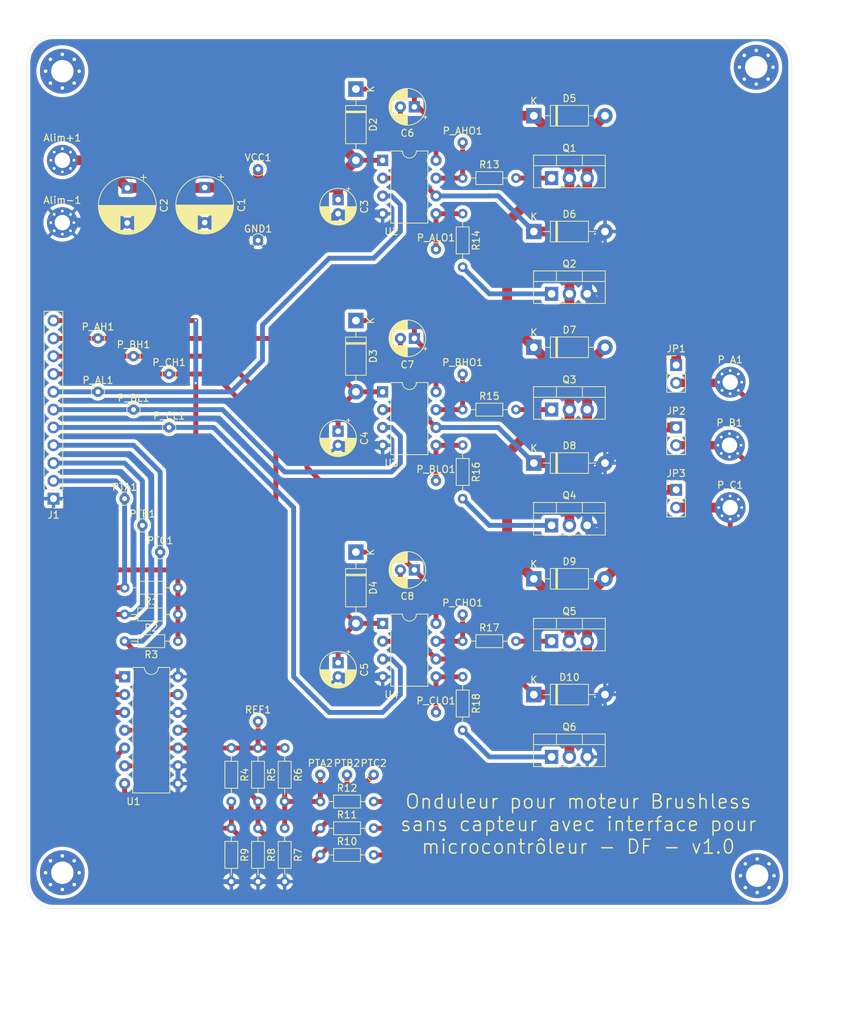
<source format=kicad_pcb>
(kicad_pcb (version 20240108) (generator "pcbnew") (generator_version "8.0")
  (layers (0 "F.Cu" signal) (31 "B.Cu" signal) (34 "B.Paste" user) (35 "F.Paste" user) (36 "B.SilkS" user "B.Silkscreen") (37 "F.SilkS" user "F.Silkscreen") (38 "B.Mask" user) (39 "F.Mask" user) (44 "Edge.Cuts" user))
  (net 0 "")
  (net 1 "VCC")
  (net 2 "Net-(Q1-G)")
  (net 3 "Net-(D2-K)")
  (net 4 "Net-(Q2-G)")
  (net 5 "GND")
  (net 6 "Net-(D3-K)")
  (net 7 "Net-(Q3-G)")
  (net 8 "Net-(Q4-G)")
  (net 9 "Net-(Q5-G)")
  (net 10 "Net-(Q6-G)")
  (net 11 "/D4_LOGIC_FCEMC")
  (net 12 "/D2_LOGIC_FCEMA")
  (net 13 "/D9_CH")
  (net 14 "/D7_AL")
  (net 15 "/D5_CL")
  (net 16 "VDD")
  (net 17 "/D11_AH")
  (net 18 "/D3_LOGIC_FCEMB")
  (net 19 "/D10_BH")
  (net 20 "/D6_BL")
  (net 21 "/FCEM_A")
  (net 22 "Net-(U1A--)")
  (net 23 "/FCEM_C")
  (net 24 "/FCEM_B")
  (net 25 "Net-(U3-HO)")
  (net 26 "Net-(U3-LO)")
  (net 27 "Net-(U4-HO)")
  (net 28 "Net-(U4-LO)")
  (net 29 "Net-(U2-HO)")
  (net 30 "Net-(U2-LO)")
  (net 31 "Net-(D5-A)")
  (net 32 "Net-(D7-A)")
  (net 33 "Net-(D4-K)")
  (net 34 "Net-(D10-K)")
  (net 35 "Net-(JP1-B)")
  (net 36 "Net-(JP2-B)")
  (net 37 "Net-(JP3-B)")
  (footprint "TestPoint:TestPoint_THTPad_D1.5mm_Drill0.7mm" (layer "F.Cu") (at 101.6 88.9)
    (property "Reference" "P_BLO1")
    (property "Value" "TestPoint")
  )
  (footprint "Resistor_THT:R_Axial_DIN0204_L3.6mm_D1.6mm_P7.62mm_Horizontal" (layer "F.Cu") (at 105.41 111.76)
    (property "Reference" "R17")
    (property "Value" "10")
  )
  (footprint "Resistor_THT:R_Axial_DIN0204_L3.6mm_D1.6mm_P7.62mm_Horizontal" (layer "F.Cu") (at 85.095 138.44)
    (property "Reference" "R11")
    (property "Value" "33k")
  )
  (footprint "Package_TO_SOT_THT:TO-220-3_Vertical" (layer "F.Cu") (at 118.11 78.74)
    (property "Reference" "Q3")
    (property "Value" "IRLZ44N")
  )
  (footprint "TestPoint:TestPoint_THTPad_D1.5mm_Drill0.7mm" (layer "F.Cu") (at 58.42 78.74)
    (property "Reference" "P_BL1")
    (property "Value" "TestPoint")
  )
  (footprint "TestPoint:TestPoint_THTPad_D1.5mm_Drill0.7mm" (layer "F.Cu") (at 76.2 54.61)
    (property "Reference" "GND1")
    (property "Value" "TestPoint")
  )
  (footprint "MountingHole:MountingHole_3.2mm_M3_Pad_Via" (layer "F.Cu") (at 48.26 30.48)
    (property "Reference" "H1" (hide yes))
    (property "Value" "MountingHole")
  )
  (footprint "Resistor_THT:R_Axial_DIN0204_L3.6mm_D1.6mm_P7.62mm_Horizontal" (layer "F.Cu") (at 105.41 116.84 -90)
    (property "Reference" "R18")
    (property "Value" "10")
  )
  (footprint "TestPoint:TestPoint_THTPad_D1.5mm_Drill0.7mm" (layer "F.Cu") (at 88.9 130.81)
    (property "Reference" "PTB2")
    (property "Value" "TestPoint")
  )
  (footprint "Resistor_THT:R_Axial_DIN0204_L3.6mm_D1.6mm_P7.62mm_Horizontal" (layer "F.Cu") (at 64.77 111.76 180)
    (property "Reference" "R3")
    (property "Value" "10k")
  )
  (footprint "Capacitor_THT:CP_Radial_D5.0mm_P2.00mm" (layer "F.Cu") (at 87.63 48.8 -90)
    (property "Reference" "C3")
    (property "Value" "10uF")
  )
  (footprint "Package_TO_SOT_THT:TO-220-3_Vertical" (layer "F.Cu") (at 118.11 45.72)
    (property "Reference" "Q1")
    (property "Value" "IRLZ44N")
  )
  (footprint "Resistor_THT:R_Axial_DIN0204_L3.6mm_D1.6mm_P7.62mm_Horizontal" (layer "F.Cu") (at 76.195 127 -90)
    (property "Reference" "R5")
    (property "Value" "33k")
  )
  (footprint "Resistor_THT:R_Axial_DIN0204_L3.6mm_D1.6mm_P7.62mm_Horizontal" (layer "F.Cu") (at 105.41 78.74)
    (property "Reference" "R15")
    (property "Value" "10")
  )
  (footprint "TestPoint:TestPoint_THTPad_D1.5mm_Drill0.7mm" (layer "F.Cu") (at 105.41 107.95)
    (property "Reference" "P_CHO1")
    (property "Value" "TestPoint")
  )
  (footprint "Package_DIP:DIP-8_W7.62mm" (layer "F.Cu") (at 93.99 43.19)
    (property "Reference" "U2")
    (property "Value" "IR2101")
  )
  (footprint "Connector_PinHeader_2.54mm:PinHeader_1x11_P2.54mm_Vertical" (layer "F.Cu") (at 46.99 91.44 180)
    (property "Reference" "J1")
    (property "Value" "Conn_01x11_Pin")
  )
  (footprint "Diode_THT:D_DO-41_SOD81_P10.16mm_Horizontal" (layer "F.Cu") (at 115.57 86.36)
    (property "Reference" "D8")
    (property "Value" "MUR120G")
  )
  (footprint "Package_TO_SOT_THT:TO-220-3_Vertical" (layer "F.Cu") (at 118.11 62.23)
    (property "Reference" "Q2")
    (property "Value" "IRLZ44N")
  )
  (footprint "Diode_THT:D_DO-41_SOD81_P10.16mm_Horizontal" (layer "F.Cu") (at 90.17 33.02 -90)
    (property "Reference" "D2")
    (property "Value" "1N5819")
  )
  (footprint "Resistor_THT:R_Axial_DIN0204_L3.6mm_D1.6mm_P7.62mm_Horizontal" (layer "F.Cu") (at 64.77 107.95 180)
    (property "Reference" "R2")
    (property "Value" "10k")
  )
  (footprint "Diode_THT:D_DO-41_SOD81_P10.16mm_Horizontal" (layer "F.Cu") (at 115.57 102.87)
    (property "Reference" "D9")
    (property "Value" "MUR120G")
  )
  (footprint "Resistor_THT:R_Axial_DIN0204_L3.6mm_D1.6mm_P7.62mm_Horizontal" (layer "F.Cu") (at 85.095 142.25)
    (property "Reference" "R10")
    (property "Value" "33k")
  )
  (footprint "TestPoint:TestPoint_THTPad_D1.5mm_Drill0.7mm" (layer "F.Cu") (at 101.6 55.88)
    (property "Reference" "P_ALO1")
    (property "Value" "TestPoint")
  )
  (footprint "TestPoint:TestPoint_THTPad_D1.5mm_Drill0.7mm" (layer "F.Cu") (at 101.6 121.92)
    (property "Reference" "P_CLO1")
    (property "Value" "TestPoint")
  )
  (footprint "Capacitor_THT:CP_Radial_D5.0mm_P2.00mm" (layer "F.Cu") (at 98.52 101.6 180)
    (property "Reference" "C8")
    (property "Value" "2.2uF")
  )
  (footprint "Capacitor_THT:CP_Radial_D8.0mm_P5.00mm" (layer "F.Cu") (at 68.58 47.07 -90)
    (property "Reference" "C1")
    (property "Value" "470uF")
  )
  (footprint "MountingHole:MountingHole_2.2mm_M2_Pad_Via" (layer "F.Cu") (at 48.26 43.18)
    (property "Reference" "Alim+1")
    (property "Value" "TestPoint")
  )
  (footprint "TestPoint:TestPoint_THTPad_D1.5mm_Drill0.7mm" (layer "F.Cu") (at 62.23 99.06)
    (property "Reference" "PTC1")
    (property "Value" "TestPoint")
  )
  (footprint "TestPoint:TestPoint_THTPad_D1.5mm_Drill0.7mm" (layer "F.Cu") (at 63.5 81.28)
    (property "Reference" "P_CL1")
    (property "Value" "TestPoint")
  )
  (footprint "Resistor_THT:R_Axial_DIN0204_L3.6mm_D1.6mm_P7.62mm_Horizontal" (layer "F.Cu") (at 72.385 138.43 -90)
    (property "Reference" "R9")
    (property "Value" "10k")
  )
  (footprint "Resistor_THT:R_Axial_DIN0204_L3.6mm_D1.6mm_P7.62mm_Horizontal" (layer "F.Cu") (at 85.095 134.63)
    (property "Reference" "R12")
    (property "Value" "33k")
  )
  (footprint "TestPoint:TestPoint_THTPad_D1.5mm_Drill0.7mm" (layer "F.Cu") (at 59.69 95.25)
    (property "Reference" "PTB1")
    (property "Value" "TestPoint")
  )
  (footprint "TestPoint:TestPoint_THTPad_D1.5mm_Drill0.7mm" (layer "F.Cu") (at 58.42 71.12)
    (property "Reference" "P_BH1")
    (property "Value" "TestPoint")
  )
  (footprint "Package_TO_SOT_THT:TO-220-3_Vertical" (layer "F.Cu") (at 118.11 128.27)
    (property "Reference" "Q6")
    (property "Value" "IRLZ44N")
  )
  (footprint "MountingHole:MountingHole_2.2mm_M2_Pad_Via" (layer "F.Cu") (at 48.26 52.07)
    (property "Reference" "Alim-1")
    (property "Value" "TestPoint")
  )
  (footprint "Diode_THT:D_DO-41_SOD81_P10.16mm_Horizontal" (layer "F.Cu") (at 115.57 53.34)
    (property "Reference" "D6")
    (property "Value" "MUR120G")
  )
  (footprint "MountingHole:MountingHole_3.2mm_M3_Pad_Via" (layer "F.Cu") (at 147.32 29.912944)
    (property "Reference" "H2" (hide yes))
    (property "Value" "MountingHole")
  )
  (footprint "Capacitor_THT:CP_Radial_D5.0mm_P2.00mm" (layer "F.Cu") (at 87.63 81.82 -90)
    (property "Reference" "C4")
    (property "Value" "10uF")
  )
  (footprint "TestPoint:TestPoint_THTPad_D1.5mm_Drill0.7mm" (layer "F.Cu") (at 105.41 73.66)
    (property "Reference" "P_BHO1")
    (property "Value" "TestPoint")
  )
  (footprint "Diode_THT:D_DO-41_SOD81_P10.16mm_Horizontal" (layer "F.Cu") (at 115.57 69.85)
    (property "Reference" "D7")
    (property "Value" "MUR120G")
  )
  (footprint "TestPoint:TestPoint_THTPad_D1.5mm_Drill0.7mm" (layer "F.Cu") (at 53.34 68.58)
    (property "Reference" "P_AH1")
    (property "Value" "TestPoint")
  )
  (footprint "TestPoint:TestPoint_THTPad_D1.5mm_Drill0.7mm" (layer "F.Cu") (at 63.5 73.66)
    (property "Reference" "P_CH1")
    (property "Value" "TestPoint")
  )
  (footprint "Resistor_THT:R_Axial_DIN0204_L3.6mm_D1.6mm_P7.62mm_Horizontal" (layer "F.Cu") (at 80.005 127 -90)
    (property "Reference" "R6")
    (property "Value" "33k")
  )
  (footprint "TestPoint:TestPoint_THTPad_D1.5mm_Drill0.7mm" (layer "F.Cu") (at 57.15 91.44)
    (property "Reference" "PTA1")
    (property "Value" "TestPoint")
  )
  (footprint "Resistor_THT:R_Axial_DIN0204_L3.6mm_D1.6mm_P7.62mm_Horizontal" (layer "F.Cu") (at 64.77 104.14 180)
    (property "Reference" "R1")
    (property "Value" "10k")
  )
  (footprint "MountingHole:MountingHole_2.2mm_M2_Pad_Via" (layer "F.Cu") (at 143.603274 92.71)
    (property "Reference" "P_C1")
    (property "Value" "TestPoint")
  )
  (footprint "Package_DIP:DIP-8_W7.62mm" (layer "F.Cu") (at 93.99 76.21)
    (property "Reference" "U3")
    (property "Value" "IR2101")
  )
  (footprint "TestPoint:TestPoint_THTPad_D1.5mm_Drill0.7mm" (layer "F.Cu") (at 53.34 76.2)
    (property "Reference" "P_AL1")
    (property "Value" "TestPoint")
  )
  (footprint "Package_TO_SOT_THT:TO-220-3_Vertical" (layer "F.Cu") (at 118.11 95.25)
    (property "Reference" "Q4")
    (property "Value" "IRLZ44N")
  )
  (footprint "TestPoint:TestPoint_THTPad_D1.5mm_Drill0.7mm" (layer "F.Cu") (at 85.09 130.81)
    (property "Reference" "PTA2")
    (property "Value" "TestPoint")
  )
  (footprint "Connector_PinHeader_2.54mm:PinHeader_1x02_P2.54mm_Vertical" (layer "F.Cu") (at 135.89 90.17)
    (property "Reference" "JP3")
    (property "Value" "Jumper_2_Bridged")
  )
  (footprint "Resistor_THT:R_Axial_DIN0204_L3.6mm_D1.6mm_P7.62mm_Horizontal" (layer "F.Cu") (at 105.41 45.72)
    (property "Reference" "R13")
    (property "Value" "10")
  )
  (footprint "Resistor_THT:R_Axial_DIN0204_L3.6mm_D1.6mm_P7.62mm_Horizontal" (layer "F.Cu") (at 72.385 127 -90)
    (property "Reference" "R4")
    (property "Value" "33k")
  )
  (footprint "Package_DIP:DIP-14_W7.62mm" (layer "F.Cu") (at 57.15 116.84)
    (property "Reference" "U1")
    (property "Value" "LM339")
  )
  (footprint "Capacitor_THT:CP_Radial_D5.0mm_P2.00mm" (layer "F.Cu") (at 98.52 68.58 180)
    (property "Reference" "C7")
    (property "Value" "2.2uF")
  )
  (footprint "MountingHole:MountingHole_2.2mm_M2_Pad_Via" (layer "F.Cu") (at 143.5 83.82)
    (property "Reference" "P_B1")
    (property "Value" "TestPoint")
  )
  (footprint "Diode_THT:D_DO-41_SOD81_P10.16mm_Horizontal" (layer "F.Cu") (at 115.57 119.38)
    (property "Reference" "D10")
    (property "Value" "MUR120G")
  )
  (footprint "Package_TO_SOT_THT:TO-220-3_Vertical" (layer "F.Cu") (at 118.11 111.77)
    (property "Reference" "Q5")
    (property "Value" "IRLZ44N")
  )
  (footprint "Resistor_THT:R_Axial_DIN0204_L3.6mm_D1.6mm_P7.62mm_Horizontal" (layer "F.Cu") (at 105.41 50.8 -90)
    (property "Reference" "R14")
    (property "Value" "10")
  )
  (footprint "Package_DIP:DIP-8_W7.62mm" (layer "F.Cu") (at 93.99 109.23)
    (property "Reference" "U4")
    (property "Value" "IR2101")
  )
  (footprint "Resistor_THT:R_Axial_DIN0204_L3.6mm_D1.6mm_P7.62mm_Horizontal" (layer "F.Cu") (at 105.41 83.82 -90)
    (property "Reference" "R16")
    (property "Value" "10")
  )
  (footprint "Resistor_THT:R_Axial_DIN0204_L3.6mm_D1.6mm_P7.62mm_Horizontal" (layer "F.Cu") (at 76.195 138.43 -90)
    (property "Reference" "R8")
    (property "Value" "10k")
  )
  (footprint "Capacitor_THT:CP_Radial_D5.0mm_P2.00mm" (layer "F.Cu") (at 98.52 35.56 180)
    (property "Reference" "C6")
    (property "Value" "2.2uF")
  )
  (footprint "Connector_PinHeader_2.54mm:PinHeader_1x02_P2.54mm_Vertical" (layer "F.Cu") (at 135.89 72.39)
    (property "Reference" "JP1")
    (property "Value" "Jumper_2_Bridged")
  )
  (footprint "Diode_THT:D_DO-41_SOD81_P10.16mm_Horizontal" (layer "F.Cu") (at 90.17 66.04 -90)
    (property "Reference" "D3")
    (property "Value" "1N5819")
  )
  (footprint "Resistor_THT:R_Axial_DIN0204_L3.6mm_D1.6mm_P7.62mm_Horizontal" (layer "F.Cu") (at 80.005 138.43 -90)
    (property "Reference" "R7")
    (property "Value" "10k")
  )
  (footprint "TestPoint:TestPoint_THTPad_D1.5mm_Drill0.7mm" (layer "F.Cu") (at 92.71 130.81)
    (property "Reference" "PTC2")
    (property "Value" "TestPoint")
  )
  (footprint "TestPoint:TestPoint_THTPad_D1.5mm_Drill0.7mm" (layer "F.Cu") (at 105.41 40.64)
    (property "Reference" "P_AHO1")
    (property "Value" "TestPoint")
  )
  (footprint "Connector_PinHeader_2.54mm:PinHeader_1x02_P2.54mm_Vertical" (layer "F.Cu") (at 135.89 81.28)
    (property "Reference" "JP2")
    (property "Value" "Jumper_2_Bridged")
  )
  (footprint "TestPoint:TestPoint_THTPad_D1.5mm_Drill0.7mm" (layer "F.Cu") (at 76.2 123.19)
    (property "Reference" "REF1")
    (property "Value" "TestPoint")
  )
  (footprint "MountingHole:MountingHole_3.2mm_M3_Pad_Via" (layer "F.Cu") (at 147.46 145.207056)
    (property "Reference" "H3" (hide yes))
    (property "Value" "MountingHole")
  )
  (footprint "MountingHole:MountingHole_2.2mm_M2_Pad_Via" (layer "F.Cu") (at 143.603274 74.826726)
    (property "Reference" "P_A1")
    (property "Value" "TestPoint")
  )
  (footprint "Diode_THT:D_DO-41_SOD81_P10.16mm_Horizontal" (layer "F.Cu") (at 115.57 36.83)
    (property "Reference" "D5")
    (property "Value" "MUR120G")
  )
  (footprint "Capacitor_THT:CP_Radial_D5.0mm_P2.00mm" (layer "F.Cu") (at 87.63 114.84 -90)
    (property "Reference" "C5")
    (property "Value" "10uF")
  )
  (footprint "TestPoint:TestPoint_THTPad_D1.5mm_Drill0.7mm" (layer "F.Cu") (at 76.2 44.45)
    (property "Reference" "VCC1")
    (property "Value" "TestPoint")
  )
  (footprint "Capacitor_THT:CP_Radial_D8.0mm_P5.00mm" (layer "F.Cu") (at 57.53 47.127349 -90)
    (property "Reference" "C2")
    (property "Value" "10uF")
  )
  (footprint "Diode_THT:D_DO-41_SOD81_P10.16mm_Horizontal" (layer "F.Cu") (at 90.17 99.06 -90)
    (property "Reference" "D4")
    (property "Value" "1N5819")
  )
  (footprint "MountingHole:MountingHole_3.2mm_M3_Pad_Via" (layer "F.Cu") (at 48.26 144.78)
    (property "Reference" "H4" (hide yes))
    (property "Value" "MountingHole")
  )
  (gr_line (start 148.586469 149.863531) (end 46.99 149.86) (stroke (width 0.05)) (layer "Edge.Cuts"))
  (gr_arc (start 148.422392 25.4) (mid 151.224416 26.456015) (end 152.4 29.21) (stroke (width 0.05)) (layer "Edge.Cuts"))
  (gr_arc (start 152.4 146.05) (mid 151.283041 148.746563) (end 148.586469 149.863531) (stroke (width 0.05)) (layer "Edge.Cuts"))
  (gr_line (start 43.18 146.05) (end 43.18 29.21) (stroke (width 0.05)) (layer "Edge.Cuts"))
  (gr_arc (start 46.99 149.86) (mid 44.295923 148.744077) (end 43.18 146.05) (stroke (width 0.05)) (layer "Edge.Cuts"))
  (gr_arc (start 43.18 29.21) (mid 44.295923 26.515923) (end 46.99 25.4) (stroke (width 0.05)) (layer "Edge.Cuts"))
  (gr_line (start 46.99 25.4) (end 148.422392 25.4) (stroke (width 0.05)) (layer "Edge.Cuts"))
  (gr_line (start 152.4 29.21) (end 152.4 146.05) (stroke (width 0.05)) (layer "Edge.Cuts"))
  (gr_text "Onduleur pour moteur Brushless\nsans capteur avec interface pour\nmicrocontrôleur - DF - v1.0" (at 121.92 142.24 0) (layer "F.SilkS") (effects (font (size 2 2) (thickness 0.2)) (justify bottom)))
  (segment (start 87.63 78.74) (end 90.17 76.2) (width 0.7) (layer "F.Cu") (net 1))
  (segment (start 90.17 43.18) (end 86.36 39.37) (width 1.4) (layer "F.Cu") (net 1))
  (segment (start 88.9 29.21) (end 101.6 29.21) (width 1.4) (layer "F.Cu") (net 1))
  (segment (start 76.2 47.07) (end 87.55 47.07) (width 1.4) (layer "F.Cu") (net 1))
  (segment (start 86.36 97.79) (end 88.9 95.25) (width 0.7) (layer "F.Cu") (net 1))
  (segment (start 101.6 95.25) (end 105.41 99.06) (width 0.7) (layer "F.Cu") (net 1))
  (segment (start 90.17 109.22) (end 93.98 109.22) (width 0.7) (layer "F.Cu") (net 1))
  (segment (start 76.2 44.45) (end 76.2 47.07) (width 1.4) (layer "F.Cu") (net 1))
  (segment (start 87.63 114.84) (end 87.63 111.76) (width 0.7) (layer "F.Cu") (net 1))
  (segment (start 90.17 109.22) (end 86.36 105.41) (width 0.7) (layer "F.Cu") (net 1))
  (segment (start 68.442651 47.127349) (end 68.58 46.99) (width 1.4) (layer "F.Cu") (net 1))
  (segment (start 111.76 99.06) (end 111.76 85.09) (width 1.4) (layer "F.Cu") (net 1))
  (segment (start 57.53 47.127349) (end 68.442651 47.127349) (width 1.4) (layer "F.Cu") (net 1))
  (segment (start 87.63 46.99) (end 87.63 45.72) (width 1.4) (layer "F.Cu") (net 1))
  (segment (start 119.38 82.55) (end 120.65 81.28) (width 1.4) (layer "F.Cu") (net 1))
  (segment (start 120.65 107.95) (end 115.57 102.87) (width 1.4) (layer "F.Cu") (net 1))
  (segment (start 90.17 76.2) (end 86.36 72.39) (width 0.7) (layer "F.Cu") (net 1))
  (segment (start 120.65 41.91) (end 120.65 45.72) (width 1.4) (layer "F.Cu") (net 1))
  (segment (start 119.38 49.53) (end 120.65 48.26) (width 1.4) (layer "F.Cu") (net 1))
  (segment (start 120.65 111.77) (end 120.65 107.95) (width 1.4) (layer "F.Cu") (net 1))
  (segment (start 120.65 78.74) (end 120.65 74.93) (width 1.4) (layer "F.Cu") (net 1))
  (segment (start 86.36 39.37) (end 86.36 31.75) (width 1.4) (layer "F.Cu") (net 1))
  (segment (start 86.36 72.39) (end 86.36 64.77) (width 0.7) (layer "F.Cu") (net 1))
  (segment (start 68.58 47.07) (end 76.2 47.07) (width 1.4) (layer "F.Cu") (net 1))
  (segment (start 86.36 105.41) (end 86.36 97.79) (width 0.7) (layer "F.Cu") (net 1))
  (segment (start 88.9 95.25) (end 101.6 95.25) (width 0.7) (layer "F.Cu") (net 1))
  (segment (start 93.98 43.18) (end 93.99 43.19) (width 0.7) (layer "F.Cu") (net 1))
  (segment (start 105.41 99.06) (end 111.76 99.06) (width 0.7) (layer "F.Cu") (net 1))
  (segment (start 115.57 69.85) (end 111.76 66.04) (width 1.4) (layer "F.Cu") (net 1))
  (segment (start 105.41 66.04) (end 111.76 66.04) (width 0.7) (layer "F.Cu") (net 1))
  (segment (start 53.582651 43.18) (end 57.53 47.127349) (width 1.4) (layer "F.Cu") (net 1))
  (segment (start 111.76 66.04) (end 111.76 52.07) (width 1.4) (layer "F.Cu") (net 1))
  (segment (start 86.36 64.77) (end 88.9 62.23) (width 0.7) (layer "F.Cu") (net 1))
  (segment (start 120.65 74.93) (end 115.57 69.85) (width 1.4) (layer "F.Cu") (net 1))
  (segment (start 101.6 62.23) (end 105.41 66.04) (width 0.7) (layer "F.Cu") (net 1))
  (segment (start 115.57 102.87) (end 111.76 99.06) (width 1.4) (layer "F.Cu") (net 1))
  (segment (start 88.9 62.23) (end 101.6 62.23) (width 0.7) (layer "F.Cu") (net 1))
  (segment (start 90.17 43.18) (end 93.98 43.18) (width 0.7) (layer "F.Cu") (net 1))
  (segment (start 87.63 48.8) (end 87.63 46.99) (width 1.4) (layer "F.Cu") (net 1))
  (segment (start 115.57 36.83) (end 120.65 41.91) (width 1.4) (layer "F.Cu") (net 1))
  (segment (start 48.26 43.18) (end 53.582651 43.18) (width 1.4) (layer "F.Cu") (net 1))
  (segment (start 86.36 31.75) (end 88.9 29.21) (width 1.4) (layer "F.Cu") (net 1))
  (segment (start 120.65 48.26) (end 120.65 45.72) (width 1.4) (layer "F.Cu") (net 1))
  (segment (start 111.76 85.09) (end 114.3 82.55) (width 1.4) (layer "F.Cu") (net 1))
  (segment (start 87.63 45.72) (end 90.17 43.18) (width 1.4) (layer "F.Cu") (net 1))
  (segment (start 114.3 49.53) (end 119.38 49.53) (width 1.4) (layer "F.Cu") (net 1))
  (segment (start 101.6 29.21) (end 109.22 36.83) (width 1.4) (layer "F.Cu") (net 1))
  (segment (start 93.98 76.2) (end 93.99 76.21) (width 0.7) (layer "F.Cu") (net 1))
  (segment (start 109.22 36.83) (end 115.57 36.83) (width 1.4) (layer "F.Cu") (net 1))
  (segment (start 87.55 47.07) (end 87.63 46.99) (width 1.4) (layer "F.Cu") (net 1))
  (segment (start 111.76 52.07) (end 114.3 49.53) (width 1.4) (layer "F.Cu") (net 1))
  (segment (start 120.65 81.28) (end 120.65 78.74) (width 1.4) (layer "F.Cu") (net 1))
  (segment (start 87.63 81.82) (end 87.63 78.74) (width 0.7) (layer "F.Cu") (net 1))
  (segment (start 87.63 111.76) (end 90.17 109.22) (width 0.7) (layer "F.Cu") (net 1))
  (segment (start 90.17 76.2) (end 93.98 76.2) (width 0.7) (layer "F.Cu") (net 1))
  (segment (start 114.3 82.55) (end 119.38 82.55) (width 1.4) (layer "F.Cu") (net 1))
  (segment (start 93.98 109.22) (end 93.99 109.23) (width 0.7) (layer "F.Cu") (net 1))
  (segment (start 113.03 45.72) (end 118.11 45.72) (width 0.7) (layer "F.Cu") (net 2))
  (segment (start 98.52 33.75) (end 98.52 35.56) (width 0.7) (layer "F.Cu") (net 3))
  (segment (start 97.79 33.02) (end 98.52 33.75) (width 0.7) (layer "F.Cu") (net 3))
  (segment (start 90.17 33.02) (end 97.79 33.02) (width 0.7) (layer "F.Cu") (net 3))
  (segment (start 99.06 35.56) (end 101.61 38.11) (width 0.7) (layer "F.Cu") (net 3))
  (segment (start 98.52 35.56) (end 99.06 35.56) (width 0.7) (layer "F.Cu") (net 3))
  (segment (start 101.61 38.11) (end 101.61 43.19) (width 0.7) (layer "F.Cu") (net 3))
  (segment (start 105.41 58.42) (end 109.22 62.23) (width 0.7) (layer "B.Cu") (net 4))
  (segment (start 109.22 62.23) (end 118.11 62.23) (width 0.7) (layer "B.Cu") (net 4))
  (segment (start 93.98 50.8) (end 93.99 50.81) (width 0.7) (layer "F.Cu") (net 5))
  (segment (start 93.98 83.82) (end 93.99 83.83) (width 0.7) (layer "F.Cu") (net 5))
  (segment (start 93.98 116.84) (end 93.99 116.85) (width 0.7) (layer "F.Cu") (net 5))
  (segment (start 57.53 52.127349) (end 68.522651 52.127349) (width 1.4) (layer "B.Cu") (net 5))
  (segment (start 125.73 86.36) (end 129.54 82.55) (width 1.4) (layer "B.Cu") (net 5))
  (segment (start 68.58 128.27) (end 67.31 129.54) (width 0.7) (layer "B.Cu") (net 5))
  (segment (start 68.522651 52.127349) (end 68.58 52.07) (width 1.4) (layer "B.Cu") (net 5))
  (segment (start 68.58 123.19) (end 68.58 128.27) (width 0.7) (layer "B.Cu") (net 5))
  (segment (start 67.31 129.54) (end 64.77 129.54) (width 0.7) (layer "B.Cu") (net 5))
  (segment (start 64.77 132.08) (end 64.77 129.54) (width 0.7) (layer "B.Cu") (net 5))
  (segment (start 57.472651 52.07) (end 57.53 52.127349) (width 1.4) (layer "B.Cu") (net 5))
  (segment (start 123.19 88.9) (end 125.73 86.36) (width 1.4) (layer "B.Cu") (net 5))
  (segment (start 87.63 116.84) (end 93.98 116.84) (width 1.2) (layer "B.Cu") (net 5))
  (segment (start 129.54 115.57) (end 129.54 101.6) (width 1.4) (layer "B.Cu") (net 5))
  (segment (start 48.26 52.07) (end 57.472651 52.07) (width 1.4) (layer "B.Cu") (net 5))
  (segment (start 129.54 82.55) (end 129.54 68.58) (width 1.4) (layer "B.Cu") (net 5))
  (segment (start 93.98 116.84) (end 93.99 116.85) (width 1.2) (layer "B.Cu") (net 5))
  (segment (start 72.385 146.05) (end 68.58 146.05) (width 0.7) (layer "B.Cu") (net 5))
  (segment (start 123.19 95.25) (end 129.54 101.6) (width 1.4) (layer "B.Cu") (net 5))
  (segment (start 87.63 50.8) (end 93.98 50.8) (width 1.2) (layer "B.Cu") (net 5))
  (segment (start 93.98 83.82) (end 93.99 83.83) (width 1.2) (layer "B.Cu") (net 5))
  (segment (start 123.19 95.25) (end 123.19 88.9) (width 1.4) (layer "B.Cu") (net 5))
  (segment (start 86.36 52.07) (end 87.63 50.8) (width 1.4) (layer "B.Cu") (net 5))
  (segment (start 123.19 62.23) (end 123.19 55.88) (width 1.4) (layer "B.Cu") (net 5))
  (segment (start 68.58 52.07) (end 76.2 52.07) (width 1.4) (layer "B.Cu") (net 5))
  (segment (start 123.19 55.88) (end 125.73 53.34) (width 1.4) (layer "B.Cu") (net 5))
  (segment (start 80.005 146.05) (end 76.195 146.05) (width 0.7) (layer "B.Cu") (net 5))
  (segment (start 76.195 146.05) (end 72.385 146.05) (width 0.7) (layer "B.Cu") (net 5))
  (segment (start 123.19 121.92) (end 125.73 119.38) (width 1.4) (layer "B.Cu") (net 5))
  (segment (start 76.2 52.07) (end 86.36 52.07) (width 1.4) (layer "B.Cu") (net 5))
  (segment (start 87.63 83.82) (end 93.98 83.82) (width 1.2) (layer "B.Cu") (net 5))
  (segment (start 129.54 68.58) (end 123.19 62.23) (width 1.4) (layer "B.Cu") (net 5))
  (segment (start 64.77 142.24) (end 64.77 132.08) (width 0.7) (layer "B.Cu") (net 5))
  (segment (start 123.19 128.27) (end 123.19 121.92) (width 1.4) (layer "B.Cu") (net 5))
  (segment (start 67.31 121.92) (end 68.58 123.19) (width 0.7) (layer "B.Cu") (net 5))
  (segment (start 68.58 146.05) (end 64.77 142.24) (width 0.7) (layer "B.Cu") (net 5))
  (segment (start 93.98 50.8) (end 93.99 50.81) (width 1.2) (layer "B.Cu") (net 5))
  (segment (start 125.73 119.38) (end 129.54 115.57) (width 1.4) (layer "B.Cu") (net 5))
  (segment (start 76.2 54.61) (end 76.2 52.07) (width 1.4) (layer "B.Cu") (net 5))
  (segment (start 64.77 121.92) (end 67.31 121.92) (width 0.7) (layer "B.Cu") (net 5))
  (segment (start 97.79 66.04) (end 98.52 66.77) (width 0.7) (layer "F.Cu") (net 6))
  (segment (start 98.52 66.77) (end 98.52 68.58) (width 0.7) (layer "F.Cu") (net 6))
  (segment (start 90.17 66.04) (end 97.79 66.04) (width 0.7) (layer "F.Cu") (net 6))
  (segment (start 101.61 71.67) (end 98.52 68.58) (width 0.7) (layer "F.Cu") (net 6))
  (segment (start 101.61 76.21) (end 101.61 71.67) (width 0.7) (layer "F.Cu") (net 6))
  (segment (start 113.03 78.74) (end 118.11 78.74) (width 0.7) (layer "F.Cu") (net 7))
  (segment (start 105.41 91.44) (end 109.22 95.25) (width 0.7) (layer "B.Cu") (net 8))
  (segment (start 109.22 95.25) (end 118.11 95.25) (width 0.7) (layer "B.Cu") (net 8))
  (segment (start 117.785 111.76) (end 118.11 111.435) (width 0.7) (layer "F.Cu") (net 9))
  (segment (start 113.03 111.76) (end 117.785 111.76) (width 0.7) (layer "F.Cu") (net 9))
  (segment (start 105.41 124.46) (end 109.22 128.27) (width 0.7) (layer "B.Cu") (net 10))
  (segment (start 109.22 128.27) (end 118.11 128.27) (width 0.7) (layer "B.Cu") (net 10))
  (segment (start 57.15 111.76) (end 60.96 115.57) (width 0.7) (layer "F.Cu") (net 11))
  (segment (start 62.23 119.38) (end 64.77 119.38) (width 0.7) (layer "F.Cu") (net 11))
  (segment (start 60.96 115.57) (end 60.96 118.11) (width 0.7) (layer "F.Cu") (net 11))
  (segment (start 60.96 118.11) (end 62.23 119.38) (width 0.7) (layer "F.Cu") (net 11))
  (segment (start 62.23 109.22) (end 59.69 111.76) (width 0.7) (layer "B.Cu") (net 11))
  (segment (start 58.42 83.82) (end 62.23 87.63) (width 0.7) (layer "B.Cu") (net 11))
  (segment (start 62.23 87.63) (end 62.23 109.22) (width 0.7) (layer "B.Cu") (net 11))
  (segment (start 46.99 83.82) (end 58.42 83.82) (width 0.7) (layer "B.Cu") (net 11))
  (segment (start 59.69 111.76) (end 57.15 111.76) (width 0.7) (layer "B.Cu") (net 11))
  (segment (start 54.61 119.38) (end 57.15 119.38) (width 0.7) (layer "F.Cu") (net 12))
  (segment (start 55.88 104.14) (end 52.07 107.95) (width 0.7) (layer "F.Cu") (net 12))
  (segment (start 52.07 116.84) (end 54.61 119.38) (width 0.7) (layer "F.Cu") (net 12))
  (segment (start 52.07 107.95) (end 52.07 116.84) (width 0.7) (layer "F.Cu") (net 12))
  (segment (start 57.15 104.14) (end 55.88 104.14) (width 0.7) (layer "F.Cu") (net 12))
  (segment (start 57.15 90.17) (end 57.15 104.14) (width 0.7) (layer "B.Cu") (net 12))
  (segment (start 46.99 88.9) (end 55.88 88.9) (width 0.7) (layer "B.Cu") (net 12))
  (segment (start 55.88 88.9) (end 57.15 90.17) (width 0.7) (layer "B.Cu") (net 12))
  (segment (start 69.85 73.66) (end 78.74 82.55) (width 0.7) (layer "F.Cu") (net 13))
  (segment (start 99.06 119.402792) (end 99.06 115.70863) (width 0.7) (layer "F.Cu") (net 13))
  (segment (start 99.06 115.70863) (end 95.12137 111.77) (width 0.7) (layer "F.Cu") (net 13))
  (segment (start 86.36 124.46) (end 94.002792 124.46) (width 0.7) (layer "F.Cu") (net 13))
  (segment (start 59.69 73.66) (end 69.85 73.66) (width 0.7) (layer "F.Cu") (net 13))
  (segment (start 95.12137 111.77) (end 93.99 111.77) (width 0.7) (layer "F.Cu") (net 13))
  (segment (start 94.002792 124.46) (end 99.06 119.402792) (width 0.7) (layer "F.Cu") (net 13))
  (segment (start 46.99 73.66) (end 54.61 73.66) (width 0.7) (layer "F.Cu") (net 13))
  (segment (start 78.74 116.84) (end 86.36 124.46) (width 0.7) (layer "F.Cu") (net 13))
  (segment (start 54.61 73.66) (end 59.69 73.66) (width 0.7) (layer "F.Cu") (net 13))
  (segment (start 78.74 82.55) (end 78.74 116.84) (width 0.7) (layer "F.Cu") (net 13))
  (segment (start 46.99 76.2) (end 72.39 76.2) (width 0.7) (layer "B.Cu") (net 14))
  (segment (start 92.71 57.15) (end 96.52 53.34) (width 0.7) (layer "B.Cu") (net 14))
  (segment (start 76.835 71.755) (end 76.835 66.675) (width 0.7) (layer "B.Cu") (net 14))
  (segment (start 72.39 76.2) (end 76.835 71.755) (width 0.7) (layer "B.Cu") (net 14))
  (segment (start 96.52 49.53) (end 95.25 48.26) (width 0.7) (layer "B.Cu") (net 14))
  (segment (start 96.52 53.34) (end 96.52 49.53) (width 0.7) (layer "B.Cu") (net 14))
  (segment (start 95.24 48.27) (end 93.99 48.27) (width 0.7) (layer "B.Cu") (net 14))
  (segment (start 86.36 57.15) (end 92.71 57.15) (width 0.7) (layer "B.Cu") (net 14))
  (segment (start 95.25 48.26) (end 95.24 48.27) (width 0.7) (layer "B.Cu") (net 14))
  (segment (start 76.835 66.675) (end 86.36 57.15) (width 0.7) (layer "B.Cu") (net 14))
  (segment (start 81.28 116.84) (end 86.36 121.92) (width 0.7) (layer "B.Cu") (net 15))
  (segment (start 81.28 92.71) (end 81.28 116.84) (width 0.7) (layer "B.Cu") (net 15))
  (segment (start 95.24 114.31) (end 93.99 114.31) (width 0.7) (layer "B.Cu") (net 15))
  (segment (start 96.52 119.38) (end 96.52 115.57) (width 0.7) (layer "B.Cu") (net 15))
  (segment (start 86.36 121.92) (end 93.98 121.92) (width 0.7) (layer "B.Cu") (net 15))
  (segment (start 96.52 115.57) (end 95.25 114.3) (width 0.7) (layer "B.Cu") (net 15))
  (segment (start 95.25 114.3) (end 95.24 114.31) (width 0.7) (layer "B.Cu") (net 15))
  (segment (start 93.98 121.92) (end 96.52 119.38) (width 0.7) (layer "B.Cu") (net 15))
  (segment (start 46.99 81.28) (end 69.85 81.28) (width 0.7) (layer "B.Cu") (net 15))
  (segment (start 69.85 81.28) (end 81.28 92.71) (width 0.7) (layer "B.Cu") (net 15))
  (segment (start 59.69 66.04) (end 67.31 66.04) (width 0.7) (layer "F.Cu") (net 16))
  (segment (start 46.99 66.04) (end 59.69 66.04) (width 0.7) (layer "F.Cu") (net 16))
  (segment (start 57.15 121.92) (end 53.34 121.92) (width 0.7) (layer "F.Cu") (net 16))
  (segment (start 67.31 74.93) (end 67.31 99.06) (width 0.7) (layer "F.Cu") (net 16))
  (segment (start 64.77 111.76) (end 64.77 107.95) (width 0.7) (layer "F.Cu") (net 16))
  (segment (start 64.77 101.6) (end 64.77 104.14) (width 0.7) (layer "F.Cu") (net 16))
  (segment (start 67.31 99.06) (end 64.77 101.6) (width 0.7) (layer "F.Cu") (net 16))
  (segment (start 64.77 104.14) (end 64.77 107.95) (width 0.7) (layer "F.Cu") (net 16))
  (segment (start 54.61 101.6) (end 64.77 101.6) (width 0.7) (layer "F.Cu") (net 16))
  (segment (start 57.14 121.93) (end 57.15 121.92) (width 0.7) (layer "F.Cu") (net 16))
  (segment (start 53.34 121.92) (end 49.53 118.11) (width 0.7) (layer "F.Cu") (net 16))
  (segment (start 49.53 118.11) (end 49.53 106.68) (width 0.7) (layer "F.Cu") (net 16))
  (segment (start 64.76 111.77) (end 64.77 111.76) (width 0.7) (layer "F.Cu") (net 16))
  (segment (start 49.53 106.68) (end 54.61 101.6) (width 0.7) (layer "F.Cu") (net 16))
  (via (at 67.31 74.93) (size 0.6) (drill 0.3) (layers "F.Cu" "B.Cu") (net 16))
  (via (at 67.31 66.04) (size 0.6) (drill 0.3) (layers "F.Cu" "B.Cu") (net 16))
  (segment (start 67.31 66.04) (end 67.31 74.93) (width 0.7) (layer "B.Cu") (net 16))
  (segment (start 99.06 53.34) (end 99.06 49.53) (width 0.7) (layer "F.Cu") (net 17))
  (segment (start 99.06 49.53) (end 95.26 45.73) (width 0.7) (layer "F.Cu") (net 17))
  (segment (start 54.61 68.58) (end 54.62 68.59) (width 0.7) (layer "F.Cu") (net 17))
  (segment (start 95.26 45.73) (end 93.99 45.73) (width 0.7) (layer "F.Cu") (net 17))
  (segment (start 46.99 68.58) (end 54.61 68.58) (width 0.7) (layer "F.Cu") (net 17))
  (segment (start 87.63 59.69) (end 92.71 59.69) (width 0.7) (layer "F.Cu") (net 17))
  (segment (start 78.73 68.59) (end 87.63 59.69) (width 0.7) (layer "F.Cu") (net 17))
  (segment (start 92.71 59.69) (end 99.06 53.34) (width 0.7) (layer "F.Cu") (net 17))
  (segment (start 54.62 68.59) (end 78.73 68.59) (width 0.7) (layer "F.Cu") (net 17))
  (segment (start 54.61 109.22) (end 54.61 115.57) (width 0.7) (layer "F.Cu") (net 18))
  (segment (start 55.88 107.95) (end 54.61 109.22) (width 0.7) (layer "F.Cu") (net 18))
  (segment (start 55.88 116.84) (end 57.15 116.84) (width 0.7) (layer "F.Cu") (net 18))
  (segment (start 54.61 115.57) (end 55.88 116.84) (width 0.7) (layer "F.Cu") (net 18))
  (segment (start 57.15 107.95) (end 55.88 107.95) (width 0.7) (layer "F.Cu") (net 18))
  (segment (start 58.42 107.95) (end 57.15 107.95) (width 0.7) (layer "B.Cu") (net 18))
  (segment (start 59.69 88.9) (end 59.69 106.68) (width 0.7) (layer "B.Cu") (net 18))
  (segment (start 59.69 106.68) (end 58.42 107.95) (width 0.7) (layer "B.Cu") (net 18))
  (segment (start 46.99 86.36) (end 57.15 86.36) (width 0.7) (layer "B.Cu") (net 18))
  (segment (start 57.15 86.36) (end 59.69 88.9) (width 0.7) (layer "B.Cu") (net 18))
  (segment (start 71.12 71.12) (end 83.185 83.185) (width 0.7) (layer "F.Cu") (net 19))
  (segment (start 46.99 71.12) (end 54.61 71.12) (width 0.7) (layer "F.Cu") (net 19))
  (segment (start 86.36 90.17) (end 95.272792 90.17) (width 0.7) (layer "F.Cu") (net 19))
  (segment (start 54.62 71.13) (end 55.87 71.13) (width 0.7) (layer "F.Cu") (net 19))
  (segment (start 99.06 82.55) (end 95.26 78.75) (width 0.7) (layer "F.Cu") (net 19))
  (segment (start 95.26 78.75) (end 93.99 78.75) (width 0.7) (layer "F.Cu") (net 19))
  (segment (start 83.185 86.995) (end 86.36 90.17) (width 0.7) (layer "F.Cu") (net 19))
  (segment (start 83.185 83.185) (end 83.185 86.995) (width 0.7) (layer "F.Cu") (net 19))
  (segment (start 99.06 86.382792) (end 99.06 82.55) (width 0.7) (layer "F.Cu") (net 19))
  (segment (start 55.88 71.12) (end 71.12 71.12) (width 0.7) (layer "F.Cu") (net 19))
  (segment (start 95.272792 90.17) (end 99.06 86.382792) (width 0.7) (layer "F.Cu") (net 19))
  (segment (start 54.61 71.12) (end 55.88 71.12) (width 0.7) (layer "F.Cu") (net 19))
  (segment (start 55.87 71.13) (end 55.88 71.12) (width 0.7) (layer "F.Cu") (net 19))
  (segment (start 95.25 87.63) (end 96.52 86.36) (width 0.7) (layer "B.Cu") (net 20))
  (segment (start 46.99 78.74) (end 71.12 78.74) (width 0.7) (layer "B.Cu") (net 20))
  (segment (start 94 81.28) (end 93.99 81.29) (width 0.7) (layer "B.Cu") (net 20))
  (segment (start 71.12 78.74) (end 80.01 87.63) (width 0.7) (layer "B.Cu") (net 20))
  (segment (start 95.25 81.28) (end 94 81.28) (width 0.7) (layer "B.Cu") (net 20))
  (segment (start 80.01 87.63) (end 95.25 87.63) (width 0.7) (layer "B.Cu") (net 20))
  (segment (start 96.52 86.36) (end 96.52 82.55) (width 0.7) (layer "B.Cu") (net 20))
  (segment (start 96.52 82.55) (end 95.25 81.28) (width 0.7) (layer "B.Cu") (net 20))
  (segment (start 77.475 143.52) (end 72.385 138.43) (width 0.7) (layer "F.Cu") (net 21))
  (segment (start 72.385 134.62) (end 72.385 138.43) (width 0.7) (layer "F.Cu") (net 21))
  (segment (start 54.61 134.62) (end 54.61 129.54) (width 0.7) (layer "F.Cu") (net 21))
  (segment (start 54.61 129.54) (end 57.15 127) (width 0.7) (layer "F.Cu") (net 21))
  (segment (start 90.17 137.16) (end 86.375 140.955) (width 0.7) (layer "F.Cu") (net 21))
  (segment (start 85.095 142.25) (end 83.825 143.52) (width 0.7) (layer "F.Cu") (net 21))
  (segment (start 83.825 143.52) (end 77.475 143.52) (width 0.7) (layer "F.Cu") (net 21))
  (segment (start 72.385 138.43) (end 58.42 138.43) (width 0.7) (layer "F.Cu") (net 21))
  (segment (start 86.375 140.955) (end 86.375 140.97) (width 0.7) (layer "F.Cu") (net 21))
  (segment (start 86.375 140.97) (end 85.095 142.25) (width 0.7) (layer "F.Cu") (net 21))
  (segment (start 92.71 130.81) (end 90.17 133.35) (width 0.7) (layer "F.Cu") (net 21))
  (segment (start 58.42 138.43) (end 54.61 134.62) (width 0.7) (layer "F.Cu") (net 21))
  (segment (start 90.17 133.35) (end 90.17 137.16) (width 0.7) (layer "F.Cu") (net 21))
  (segment (start 59.69 124.46) (end 62.23 127) (width 0.7) (layer "F.Cu") (net 22))
  (segment (start 62.23 127) (end 64.77 127) (width 0.7) (layer "F.Cu") (net 22))
  (segment (start 80.005 127) (end 76.195 127) (width 0.7) (layer "F.Cu") (net 22))
  (segment (start 57.15 129.54) (end 59.69 129.54) (width 0.7) (layer "F.Cu") (net 22))
  (segment (start 76.2 126.995) (end 76.195 127) (width 0.7) (layer "F.Cu") (net 22))
  (segment (start 72.385 127) (end 76.195 127) (width 0.7) (layer "F.Cu") (net 22))
  (segment (start 64.77 127) (end 72.385 127) (width 0.7) (layer "F.Cu") (net 22))
  (segment (start 76.2 123.19) (end 76.2 126.995) (width 0.7) (layer "F.Cu") (net 22))
  (segment (start 57.15 124.46) (end 59.69 124.46) (width 0.7) (layer "F.Cu") (net 22))
  (segment (start 59.69 129.54) (end 62.23 127) (width 0.7) (layer "F.Cu") (net 22))
  (segment (start 80.015 138.44) (end 80.005 138.43) (width 0.7) (layer "F.Cu") (net 23))
  (segment (start 72.39 120.65) (end 68.58 124.46) (width 0.7) (layer "F.Cu") (net 23))
  (segment (start 80.005 133.35) (end 82.545 130.81) (width 0.7) (layer "F.Cu") (net 23))
  (segment (start 80.005 134.62) (end 80.005 133.35) (width 0.7) (layer "F.Cu") (net 23))
  (segment (start 80.005 134.62) (end 85.085 134.62) (width 0.7) (layer "F.Cu") (net 23))
  (segment (start 78.74 120.65) (end 72.39 120.65) (width 0.7) (layer "F.Cu") (net 23))
  (segment (start 85.085 134.62) (end 85.095 134.63) (width 0.7) (layer "F.Cu") (net 23))
  (segment (start 82.545 124.455) (end 78.74 120.65) (width 0.7) (layer "F.Cu") (net 23))
  (segment (start 85.095 130.815) (end 85.09 130.81) (width 0.7) (layer "F.Cu") (net 23))
  (segment (start 80.005 134.62) (end 80.005 138.43) (width 0.7) (layer "F.Cu") (net 23))
  (segment (start 82.545 130.81) (end 82.545 124.455) (width 0.7) (layer "F.Cu") (net 23))
  (segment (start 85.095 134.63) (end 85.095 130.815) (width 0.7) (layer "F.Cu") (net 23))
  (segment (start 68.58 124.46) (end 64.765 124.46) (width 0.7) (layer "F.Cu") (net 23))
  (segment (start 76.195 134.62) (end 73.655 132.08) (width 0.7) (layer "F.Cu") (net 24))
  (segment (start 82.5475 140.98) (end 78.745 140.98) (width 0.7) (layer "F.Cu") (net 24))
  (segment (start 59.69 135.89) (end 57.15 133.35) (width 0.7) (layer "F.Cu") (net 24))
  (segment (start 69.85 132.08) (end 66.04 135.89) (width 0.7) (layer "F.Cu") (net 24))
  (segment (start 88.9 132.08) (end 87.63 133.35) (width 0.7) (layer "F.Cu") (net 24))
  (segment (start 88.9 130.81) (end 88.9 132.08) (width 0.7) (layer "F.Cu") (net 24))
  (segment (start 73.655 132.08) (end 69.85 132.08) (width 0.7) (layer "F.Cu") (net 24))
  (segment (start 78.745 140.98) (end 76.195 138.43) (width 0.7) (layer "F.Cu") (net 24))
  (segment (start 85.095 138.44) (end 85.0875 138.44) (width 0.7) (layer "F.Cu") (net 24))
  (segment (start 87.63 133.35) (end 87.63 135.905) (width 0.7) (layer "F.Cu") (net 24))
  (segment (start 66.04 135.89) (end 59.69 135.89) (width 0.7) (layer "F.Cu") (net 24))
  (segment (start 76.195 134.62) (end 76.195 138.43) (width 0.7) (layer "F.Cu") (net 24))
  (segment (start 85.0875 138.44) (end 82.5475 140.98) (width 0.7) (layer "F.Cu") (net 24))
  (segment (start 87.63 135.905) (end 85.095 138.44) (width 0.7) (layer "F.Cu") (net 24))
  (segment (start 57.15 133.35) (end 57.15 132.08) (width 0.7) (layer "F.Cu") (net 24))
  (segment (start 105.4 78.75) (end 105.41 78.74) (width 0.7) (layer "F.Cu") (net 25))
  (segment (start 101.61 78.75) (end 105.4 78.75) (width 0.7) (layer "F.Cu") (net 25))
  (segment (start 105.41 78.74) (end 105.41 73.66) (width 0.7) (layer "F.Cu") (net 25))
  (segment (start 101.6 83.84) (end 101.61 83.83) (width 0.7) (layer "F.Cu") (net 26))
  (segment (start 105.4 83.83) (end 105.41 83.82) (width 0.7) (layer "F.Cu") (net 26))
  (segment (start 101.61 83.83) (end 105.4 83.83) (width 0.7) (layer "F.Cu") (net 26))
  (segment (start 101.6 88.9) (end 101.6 83.84) (width 0.7) (layer "F.Cu") (net 26))
  (segment (start 105.41 111.76) (end 105.41 107.95) (width 0.7) (layer "F.Cu") (net 27))
  (segment (start 101.61 111.77) (end 105.4 111.77) (width 0.7) (layer "F.Cu") (net 27))
  (segment (start 105.4 111.77) (end 105.41 111.76) (width 0.7) (layer "F.Cu") (net 27))
  (segment (start 101.61 116.85) (end 105.4 116.85) (width 0.7) (layer "F.Cu") (net 28))
  (segment (start 101.6 121.92) (end 101.6 116.86) (width 0.7) (layer "F.Cu") (net 28))
  (segment (start 105.4 116.85) (end 105.41 116.84) (width 0.7) (layer "F.Cu") (net 28))
  (segment (start 101.6 116.86) (end 101.61 116.85) (width 0.7) (layer "F.Cu") (net 28))
  (segment (start 105.41 45.72) (end 105.41 40.64) (width 0.7) (layer "F.Cu") (net 29))
  (segment (start 101.61 45.73) (end 105.4 45.73) (width 0.7) (layer "F.Cu") (net 29))
  (segment (start 105.4 45.73) (end 105.41 45.72) (width 0.7) (layer "F.Cu") (net 29))
  (segment (start 101.6 50.82) (end 101.61 50.81) (width 0.7) (layer "F.Cu") (net 30))
  (segment (start 101.6 55.88) (end 101.6 50.82) (width 0.7) (layer "F.Cu") (net 30))
  (segment (start 101.61 50.81) (end 105.4 50.81) (width 0.7) (layer "F.Cu") (net 30))
  (segment (start 105.4 50.81) (end 105.41 50.8) (width 0.7) (layer "F.Cu") (net 30))
  (segment (start 119.4 53.34) (end 123.2 49.54) (width 1.4) (layer "F.Cu") (net 31))
  (segment (start 123.2 45.73) (end 123.19 45.72) (width 1.4) (layer "F.Cu") (net 31))
  (segment (start 115.57 53.34) (end 119.4 53.34) (width 1.4) (layer "F.Cu") (net 31))
  (segment (start 123.2 49.54) (end 123.2 49.53) (width 1.4) (layer "F.Cu") (net 31))
  (segment (start 132.08 66.04) (end 135.89 69.85) (width 1.4) (layer "F.Cu") (net 31))
  (segment (start 120.65 54.61) (end 119.4 53.36) (width 1.4) (layer "F.Cu") (net 31))
  (segment (start 135.89 69.85) (end 135.89 72.39) (width 1.4) (layer "F.Cu") (net 31))
  (segment (start 120.65 62.23) (end 120.65 54.61) (width 1.4) (layer "F.Cu") (net 31))
  (segment (start 123.2 49.53) (end 123.2 45.73) (width 1.4) (layer "F.Cu") (net 31))
  (segment (start 120.65 64.77) (end 121.92 66.04) (width 1.4) (layer "F.Cu") (net 31))
  (segment (start 119.4 53.36) (end 119.4 53.34) (width 1.4) (layer "F.Cu") (net 31))
  (segment (start 120.65 62.23) (end 120.65 64.77) (width 1.4) (layer "F.Cu") (net 31))
  (segment (start 123.19 39.37) (end 125.73 36.83) (width 1.4) (layer "F.Cu") (net 31))
  (segment (start 123.19 45.72) (end 123.19 39.37) (width 1.4) (layer "F.Cu") (net 31))
  (segment (start 96.52 43.18) (end 96.52 35.56) (width 0.7) (layer "F.Cu") (net 31))
  (segment (start 101.61 48.27) (end 96.52 43.18) (width 0.7) (layer "F.Cu") (net 31))
  (segment (start 121.92 66.04) (end 132.08 66.04) (width 1.4) (layer "F.Cu") (net 31))
  (segment (start 109.21 48.27) (end 109.22 48.26) (width 0.7) (layer "B.Cu") (net 31))
  (segment (start 110.49 48.26) (end 115.57 53.34) (width 0.7) (layer "B.Cu") (net 31))
  (segment (start 109.22 48.26) (end 110.49 48.26) (width 0.7) (layer "B.Cu") (net 31))
  (segment (start 101.61 48.27) (end 109.21 48.27) (width 0.7) (layer "B.Cu") (net 31))
  (segment (start 123.19 78.74) (end 123.19 72.39) (width 1.4) (layer "F.Cu") (net 32))
  (segment (start 123.19 82.55) (end 123.19 78.74) (width 1.4) (layer "F.Cu") (net 32))
  (segment (start 119.269971 86.359999) (end 119.26997 86.36) (width 1.4) (layer "F.Cu") (net 32))
  (segment (start 123.19 72.39) (end 125.73 69.85) (width 1.4) (layer "F.Cu") (net 32))
  (segment (start 135.89 81.28) (end 123.21 81.28) (width 1.4) (layer "F.Cu") (net 32))
  (segment (start 119.26997 86.36) (end 115.57 86.36) (width 1.4) (layer "F.Cu") (net 32))
  (segment (start 119.269971 86.359999) (end 119.380001 86.359999) (width 1.4) (layer "F.Cu") (net 32))
  (segment (start 120.65 87.740028) (end 119.269971 86.359999) (width 1.4) (layer "F.Cu") (net 32))
  (segment (start 119.380001 86.359999) (end 123.19 82.55) (width 1.4) (layer "F.Cu") (net 32))
  (segment (start 96.52 76.2) (end 96.52 68.58) (width 0.7) (layer "F.Cu") (net 32))
  (segment (start 120.65 95.25) (end 120.65 87.740028) (width 1.4) (layer "F.Cu") (net 32))
  (segment (start 123.21 81.28) (end 123.2 81.29) (width 1.4) (layer "F.Cu") (net 32))
  (segment (start 101.61 81.29) (end 96.52 76.2) (width 0.7) (layer "F.Cu") (net 32))
  (segment (start 101.61 81.29) (end 110.5 81.29) (width 0.7) (layer "B.Cu") (net 32))
  (segment (start 110.5 81.29) (end 115.57 86.36) (width 0.7) (layer "B.Cu") (net 32))
  (segment (start 90.17 99.06) (end 95.98 99.06) (width 0.7) (layer "F.Cu") (net 33))
  (segment (start 101.61 109.23) (end 101.61 104.69) (width 0.7) (layer "F.Cu") (net 33))
  (segment (start 95.98 99.06) (end 98.52 101.6) (width 0.7) (layer "F.Cu") (net 33))
  (segment (start 101.61 104.69) (end 98.52 101.6) (width 0.7) (layer "F.Cu") (net 33))
  (segment (start 123.19 105.41) (end 123.19 111.77) (width 1.4) (layer "F.Cu") (net 34))
  (segment (start 101.61 114.31) (end 110.5 114.31) (width 0.7) (layer "F.Cu") (net 34))
  (segment (start 120.65 120.65) (end 120.65 128.27) (width 1.4) (layer "F.Cu") (net 34))
  (segment (start 119.4 119.38) (end 115.57 119.38) (width 1.4) (layer "F.Cu") (net 34))
  (segment (start 110.5 114.31) (end 115.57 119.38) (width 0.7) (layer "F.Cu") (net 34))
  (segment (start 130.81 91.44) (end 130.81 97.79) (width 1.4) (layer "F.Cu") (net 34))
  (segment (start 119.4 119.38) (end 119.4 119.4) (width 1.4) (layer "F.Cu") (net 34))
  (segment (start 132.08 90.17) (end 130.81 91.44) (width 1.4) (layer "F.Cu") (net 34))
  (segment (start 135.89 90.17) (end 132.08 90.17) (width 1.4) (layer "F.Cu") (net 34))
  (segment (start 96.52 109.22) (end 96.52 101.6) (width 0.7) (layer "F.Cu") (net 34))
  (segment (start 125.73 102.87) (end 123.19 105.41) (width 1.4) (layer "F.Cu") (net 34))
  (segment (start 123.19 115.59) (end 119.4 119.38) (width 1.4) (layer "F.Cu") (net 34))
  (segment (start 130.81 97.79) (end 125.73 102.87) (width 1.4) (layer "F.Cu") (net 34))
  (segment (start 123.19 111.77) (end 123.19 115.59) (width 1.4) (layer "F.Cu") (net 34))
  (segment (start 119.4 119.4) (end 120.65 120.65) (width 1.4) (layer "F.Cu") (net 34))
  (segment (start 101.61 114.31) (end 96.52 109.22) (width 0.7) (layer "F.Cu") (net 34))
  (segment (start 143.5 74.93) (end 143.603274 74.826726) (width 1.2) (layer "F.Cu") (net 35))
  (segment (start 149.86 128.27) (end 149.86 81.083452) (width 0.7) (layer "F.Cu") (net 35))
  (segment (start 135.89 74.93) (end 143.5 74.93) (width 1.2) (layer "F.Cu") (net 35))
  (segment (start 92.715 142.25) (end 135.88 142.25) (width 0.7) (layer "F.Cu") (net 35))
  (segment (start 135.88 142.25) (end 149.86 128.27) (width 0.7) (layer "F.Cu") (net 35))
  (segment (start 149.86 81.083452) (end 143.603274 74.826726) (width 0.7) (layer "F.Cu") (net 35))
  (segment (start 147.32 87.63) (end 147.31 87.63) (width 0.7) (layer "F.Cu") (net 36))
  (segment (start 135.89 83.82) (end 143.5 83.82) (width 1.2) (layer "F.Cu") (net 36))
  (segment (start 92.715 138.44) (end 134.61 138.44) (width 0.7) (layer "F.Cu") (net 36))
  (segment (start 147.31 87.63) (end 143.5 83.82) (width 0.7) (layer "F.Cu") (net 36))
  (segment (start 147.32 125.73) (end 147.32 87.63) (width 0.7) (layer "F.Cu") (net 36))
  (segment (start 134.61 138.44) (end 147.32 125.73) (width 0.7) (layer "F.Cu") (net 36))
  (segment (start 133.34 134.63) (end 143.603274 124.366726) (width 0.7) (layer "F.Cu") (net 37))
  (segment (start 92.715 134.63) (end 133.34 134.63) (width 0.7) (layer "F.Cu") (net 37))
  (segment (start 135.89 92.71) (end 143.603274 92.71) (width 1.4) (layer "F.Cu") (net 37))
  (segment (start 143.603274 124.366726) (end 143.603274 92.71) (width 0.7) (layer "F.Cu") (net 37))
  (zone (net 5) (net_name "GND") (layer "B.Cu") (connect_pads (clearance 0.5)) (min_thickness 0.25) (fill yes (thermal_gap 0.5) (thermal_bridge_width 0.5))
    (polygon (pts (xy 161.28 20.325) (xy 161.28 166.375) (xy 39.36 166.375) (xy 39.36 20.325)))
  )
)
</source>
